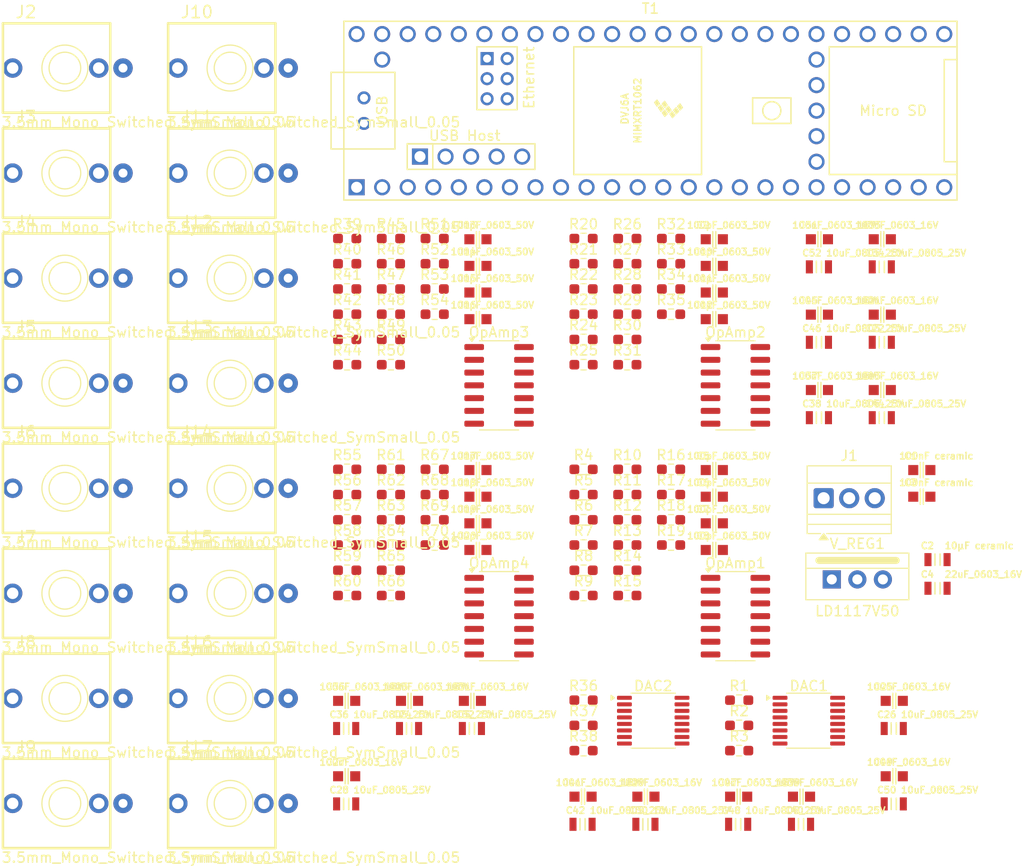
<source format=kicad_pcb>
(kicad_pcb (version 20241229) (generator "pcbnew") (generator_version "9.0")
  (title_block (comment 4 "AISLER Project ID: HGFIVOVR"))
  (layers (0 "F.Cu" signal) (2 "B.Cu" signal) (13 "F.Paste" user) (15 "B.Paste" user) (5 "F.SilkS" user "F.Silkscreen") (7 "B.SilkS" user "B.Silkscreen") (1 "F.Mask" user) (3 "B.Mask" user) (25 "Edge.Cuts" user))
  (net 0 "")
  (net 1 "+12V")
  (net 2 "Net-(V_REG1-VI)")
  (net 3 "GND")
  (net 4 "Net-(V_REG1-VO)")
  (net 5 "VCC")
  (net 6 "Net-(OpAmp1C-+)")
  (net 7 "Net-(OpAmp1A-+)")
  (net 8 "Net-(OpAmp1D-+)")
  (net 9 "Net-(OpAmp1B-+)")
  (net 10 "Net-(OpAmp2C-+)")
  (net 11 "Net-(OpAmp2A-+)")
  (net 12 "Net-(OpAmp2D-+)")
  (net 13 "Net-(OpAmp2B-+)")
  (net 14 "Net-(OpAmp3C-+)")
  (net 15 "Net-(OpAmp3A-+)")
  (net 16 "Net-(OpAmp3D-+)")
  (net 17 "Net-(OpAmp3B-+)")
  (net 18 "Net-(OpAmp4C-+)")
  (net 19 "Net-(OpAmp4A-+)")
  (net 20 "Net-(OpAmp4D-+)")
  (net 21 "Net-(OpAmp4B-+)")
  (net 22 "/DAC_MODULE/UNRIPPLE_MODULE1/UNRIPPLE")
  (net 23 "/DAC_MODULE/VLOGIC")
  (net 24 "/DAC_MODULE1/UNRIPPLE_MODULE1/UNRIPPLE")
  (net 25 "/DAC_MODULE/~{RESET}")
  (net 26 "/DAC_MODULE/~{CHIP_SELECT}")
  (net 27 "/DAC_MODULE1/~{CHIP_SELECT}")
  (net 28 "-12V")
  (net 29 "/DAC_MODULE/AMP_MODULE1/INPUT_3")
  (net 30 "/DAC_MODULE/AMP_MODULE1/INPUT_1")
  (net 31 "/DAC_MODULE/SCL")
  (net 32 "/DAC_MODULE/AMP_MODULE/INPUT_2")
  (net 33 "/DAC_MODULE/AMP_MODULE/INPUT_4")
  (net 34 "/DAC_MODULE/AMP_MODULE1/INPUT_2")
  (net 35 "/DAC_MODULE/SDA")
  (net 36 "/DAC_MODULE/AMP_MODULE/INPUT_3")
  (net 37 "/DAC_MODULE/AMP_MODULE/INPUT_1")
  (net 38 "/DAC_MODULE/AMP_MODULE1/INPUT_4")
  (net 39 "/DAC_MODULE1/AMP_MODULE1/INPUT_1")
  (net 40 "/DAC_MODULE1/AMP_MODULE1/INPUT_2")
  (net 41 "/DAC_MODULE1/SDA")
  (net 42 "/DAC_MODULE1/SCL")
  (net 43 "/DAC_MODULE1/AMP_MODULE/INPUT_4")
  (net 44 "/DAC_MODULE1/AMP_MODULE/INPUT_1")
  (net 45 "/DAC_MODULE1/AMP_MODULE1/INPUT_4")
  (net 46 "/DAC_MODULE1/AMP_MODULE/INPUT_3")
  (net 47 "/DAC_MODULE1/AMP_MODULE1/INPUT_3")
  (net 48 "/DAC_MODULE1/AMP_MODULE/INPUT_2")
  (net 49 "/DAC_MODULE1/OUTPUT_1")
  (net 52 "/DAC_MODULE1/OUTPUT_2")
  (net 54 "/DAC_MODULE1/OUTPUT_3")
  (net 55 "/DAC_MODULE1/OUTPUT_4")
  (net 58 "/DAC_MODULE1/OUTPUT_5")
  (net 59 "/DAC_MODULE1/OUTPUT_6")
  (net 62 "/DAC_MODULE1/OUTPUT_7")
  (net 64 "/DAC_MODULE1/OUTPUT_8")
  (net 65 "/DAC_MODULE/OUTPUT_1")
  (net 67 "/DAC_MODULE/OUTPUT_2")
  (net 70 "/DAC_MODULE/OUTPUT_3")
  (net 71 "/DAC_MODULE/OUTPUT_4")
  (net 74 "/DAC_MODULE/OUTPUT_5")
  (net 76 "/DAC_MODULE/OUTPUT_6")
  (net 77 "/DAC_MODULE/OUTPUT_7")
  (net 80 "/DAC_MODULE/OUTPUT_8")
  (net 81 "Net-(OpAmp1-Pad8)")
  (net 82 "Net-(OpAmp1D--)")
  (net 83 "Net-(OpAmp1-Pad1)")
  (net 84 "Net-(OpAmp1C--)")
  (net 85 "Net-(OpAmp1-Pad7)")
  (net 86 "Net-(OpAmp1A--)")
  (net 87 "Net-(OpAmp1B--)")
  (net 88 "Net-(OpAmp1-Pad14)")
  (net 89 "Net-(OpAmp2-Pad14)")
  (net 90 "Net-(OpAmp2-Pad8)")
  (net 91 "Net-(OpAmp2A--)")
  (net 92 "Net-(OpAmp2D--)")
  (net 93 "Net-(OpAmp2-Pad1)")
  (net 94 "Net-(OpAmp2B--)")
  (net 95 "Net-(OpAmp2C--)")
  (net 96 "Net-(OpAmp2-Pad7)")
  (net 97 "Net-(OpAmp3A--)")
  (net 98 "Net-(OpAmp3-Pad8)")
  (net 99 "Net-(OpAmp3B--)")
  (net 100 "Net-(OpAmp3-Pad7)")
  (net 101 "Net-(OpAmp3D--)")
  (net 102 "Net-(OpAmp3C--)")
  (net 103 "Net-(OpAmp3-Pad14)")
  (net 104 "Net-(OpAmp3-Pad1)")
  (net 105 "Net-(OpAmp4D--)")
  (net 106 "Net-(OpAmp4-Pad1)")
  (net 107 "Net-(OpAmp4-Pad8)")
  (net 108 "Net-(OpAmp4-Pad7)")
  (net 109 "Net-(OpAmp4-Pad14)")
  (net 110 "Net-(OpAmp4B--)")
  (net 111 "Net-(OpAmp4C--)")
  (net 112 "Net-(OpAmp4A--)")
  (net 124 "/TEENSY_MODULE/SCL0")
  (net 143 "/TEENSY_MODULE/SDA0")
  (net 150 "/TEENSY_MODULE/~{CHIP_SELECT_0}")
  (footprint "PCM_4ms_Jack:EighthInch_PJ398SM" (layer "F.Cu") (at 6.465 46.525)
    (property "Reference" "J6")
    (property "Value" "3.5mm_Mono_Switched_SymSmall_0.05")
  )
  (footprint "PCM_4ms_Jack:EighthInch_PJ398SM" (layer "F.Cu") (at 6.465 67.425)
    (property "Reference" "J8")
    (property "Value" "3.5mm_Mono_Switched_SymSmall_0.05")
  )
  (footprint "Resistor_SMD:R_0603_1608Metric_Pad0.98x0.95mm_HandSolder" (layer "F.Cu") (at 58.015 21.685)
    (property "Reference" "R20")
    (property "Value" "1k")
  )
  (footprint "PCM_4ms_Capacitor:C_0603" (layer "F.Cu") (at 81.465 36.755)
    (property "Reference" "C37")
    (property "Value" "100nF_0603_16V")
  )
  (footprint "Resistor_SMD:R_0603_1608Metric_Pad0.98x0.95mm_HandSolder" (layer "F.Cu") (at 58.015 34.235)
    (property "Reference" "R25")
    (property "Value" "47k")
  )
  (footprint "Resistor_SMD:R_0603_1608Metric_Pad0.98x0.95mm_HandSolder" (layer "F.Cu") (at 34.515 29.215)
    (property "Reference" "R42")
    (property "Value" "47k")
  )
  (footprint "Resistor_SMD:R_0603_1608Metric_Pad0.98x0.95mm_HandSolder" (layer "F.Cu") (at 66.715 49.665)
    (property "Reference" "R18")
    (property "Value" "220Ω")
  )
  (footprint "PCM_4ms_Jack:EighthInch_PJ398SM" (layer "F.Cu") (at 6.465 36.075)
    (property "Reference" "J5")
    (property "Value" "3.5mm_Mono_Switched_SymSmall_0.05")
  )
  (footprint "PCM_4ms_Capacitor:C_0805" (layer "F.Cu") (at 81.415 32.005)
    (property "Reference" "C46")
    (property "Value" "10uF_0805_25V")
  )
  (footprint "PCM_4ms_Capacitor:C_0603" (layer "F.Cu") (at 46.965 67.675)
    (property "Reference" "C31")
    (property "Value" "100nF_0603_16V")
  )
  (footprint "Resistor_SMD:R_0603_1608Metric_Pad0.98x0.95mm_HandSolder" (layer "F.Cu") (at 43.215 47.155)
    (property "Reference" "R68")
    (property "Value" "47k")
  )
  (footprint "PCM_4ms_Capacitor:C_0603" (layer "F.Cu") (at 47.515 29.705)
    (property "Reference" "C16")
    (property "Value" "100pF_0603_50V")
  )
  (footprint "Resistor_SMD:R_0603_1608Metric_Pad0.98x0.95mm_HandSolder" (layer "F.Cu") (at 58.015 47.155)
    (property "Reference" "R5")
    (property "Value" "1k")
  )
  (footprint "PCM_4ms_Capacitor:C_0603" (layer "F.Cu") (at 34.465 75.175)
    (property "Reference" "C27")
    (property "Value" "100nF_0603_16V")
  )
  (footprint "Resistor_SMD:R_0603_1608Metric_Pad0.98x0.95mm_HandSolder" (layer "F.Cu") (at 34.515 44.645)
    (property "Reference" "R55")
    (property "Value" "1k")
  )
  (footprint "Resistor_SMD:R_0603_1608Metric_Pad0.98x0.95mm_HandSolder" (layer "F.Cu") (at 62.365 34.235)
    (property "Reference" "R31")
    (property "Value" "47k")
  )
  (footprint "PCM_4ms_Capacitor:C_0805" (layer "F.Cu") (at 79.635 79.955)
    (property "Reference" "C40")
    (property "Value" "10uF_0805_25V")
  )
  (footprint "Resistor_SMD:R_0603_1608Metric_Pad0.98x0.95mm_HandSolder" (layer "F.Cu") (at 58.015 72.625)
    (property "Reference" "R38")
    (property "Value" "4.7k")
  )
  (footprint "Resistor_SMD:R_0603_1608Metric_Pad0.98x0.95mm_HandSolder" (layer "F.Cu") (at 38.865 31.725)
    (property "Reference" "R49")
    (property "Value" "47k")
  )
  (footprint "Package_SO:SOIC-14_3.9x8.7mm_P1.27mm" (layer "F.Cu") (at 49.615 59.25)
    (property "Reference" "OpAmp4")
    (property "Value" "TL074")
  )
  (footprint "PCM_4ms_Jack:EighthInch_PJ398SM" (layer "F.Cu") (at 6.465 56.975)
    (property "Reference" "J7")
    (property "Value" "3.5mm_Mono_Switched_SymSmall_0.05")
  )
  (footprint "Resistor_SMD:R_0603_1608Metric_Pad0.98x0.95mm_HandSolder" (layer "F.Cu") (at 43.215 52.175)
    (property "Reference" "R70")
    (property "Value" "220Ω")
  )
  (footprint "Resistor_SMD:R_0603_1608Metric_Pad0.98x0.95mm_HandSolder" (layer "F.Cu") (at 66.715 21.685)
    (property "Reference" "R32")
    (property "Value" "47k")
  )
  (footprint "Resistor_SMD:R_0603_1608Metric_Pad0.98x0.95mm_HandSolder" (layer "F.Cu") (at 66.715 24.195)
    (property "Reference" "R33")
    (property "Value" "47k")
  )
  (footprint "Resistor_SMD:R_0603_1608Metric_Pad0.98x0.95mm_HandSolder" (layer "F.Cu") (at 34.515 31.725)
    (property "Reference" "R43")
    (property "Value" "47k")
  )
  (footprint "PCM_4ms_Capacitor:C_0603" (layer "F.Cu") (at 87.715 36.755)
    (property "Reference" "C43")
    (property "Value" "100nF_0603_16V")
  )
  (footprint "Resistor_SMD:R_0603_1608Metric_Pad0.98x0.95mm_HandSolder" (layer "F.Cu") (at 34.515 26.705)
    (property "Reference" "R41")
    (property "Value" "47k")
  )
  (footprint "PCM_4ms_Capacitor:C_0805" (layer "F.Cu") (at 93.205 53.625)
    (property "Reference" "C2")
    (property "Value" "10µF ceramic")
  )
  (footprint "PCM_4ms_Capacitor:C_0603" (layer "F.Cu") (at 47.515 21.755)
    (property "Reference" "C13")
    (property "Value" "100pF_0603_50V")
  )
  (footprint "PCM_4ms_Capacitor:C_0603" (layer "F.Cu") (at 87.715 21.755)
    (property "Reference" "C33")
    (property "Value" "100nF_0603_16V")
  )
  (footprint "Resistor_SMD:R_0603_1608Metric_Pad0.98x0.95mm_HandSolder" (layer "F.Cu") (at 62.365 54.685)
    (property "Reference" "R14")
    (property "Value" "47k")
  )
  (footprint "Resistor_SMD:R_0603_1608Metric_Pad0.98x0.95mm_HandSolder" (layer "F.Cu") (at 66.715 44.645)
    (property "Reference" "R16")
    (property "Value" "47k")
  )
  (footprint "PCM_4ms_Capacitor:C_0805" (layer "F.Cu") (at 46.915 70.425)
    (property "Reference" "C32")
    (property "Value" "10uF_0805_25V")
  )
  (footprint "PCM_4ms_Capacitor:C_0603" (layer "F.Cu") (at 47.515 44.715)
    (property "Reference" "C17")
    (property "Value" "100pF_0603_50V")
  )
  (footprint "PCM_4ms_Capacitor:C_0805" (layer "F.Cu") (at 81.415 24.505)
    (property "Reference" "C52")
    (property "Value" "10uF_0805_25V")
  )
  (footprint "Resistor_SMD:R_0603_1608Metric_Pad0.98x0.95mm_HandSolder" (layer "F.Cu") (at 38.865 57.195)
    (property "Reference" "R66")
    (property "Value" "47k")
  )
  (footprint "Resistor_SMD:R_0603_1608Metric_Pad0.98x0.95mm_HandSolder" (layer "F.Cu") (at 43.215 26.705)
    (property "Reference" "R53")
    (property "Value" "220Ω")
  )
  (footprint "PCM_4ms_Capacitor:C_0805" (layer "F.Cu") (at 87.665 39.505)
    (property "Reference" "C44")
    (property "Value" "10uF_0805_25V")
  )
  (footprint "Resistor_SMD:R_0603_1608Metric_Pad0.98x0.95mm_HandSolder" (layer "F.Cu") (at 38.865 52.175)
    (property "Reference" "R64")
    (property "Value" "1k")
  )
  (footprint "PCM_4ms_Capacitor:C_0603" (layer "F.Cu") (at 47.515 52.665)
    (property "Reference" "C20")
    (property "Value" "100pF_0603_50V")
  )
  (footprint "PCM_4ms_Capacitor:C_0603" (layer "F.Cu") (at 47.515 50.015)
    (property "Reference" "C19")
    (property "Value" "100pF_0603_50V")
  )
  (footprint "Resistor_SMD:R_0603_1608Metric_Pad0.98x0.95mm_HandSolder" (layer "F.Cu") (at 66.715 47.155)
    (property "Reference" "R17")
    (property "Value" "47k")
  )
  (footprint "Resistor_SMD:R_0603_1608Metric_Pad0.98x0.95mm_HandSolder" (layer "F.Cu") (at 38.865 49.665)
    (property "Reference" "R63")
    (property "Value" "1k")
  )
  (footprint "Resistor_SMD:R_0603_1608Metric_Pad0.98x0.95mm_HandSolder" (layer "F.Cu") (at 66.715 29.215)
    (property "Reference" "R35")
    (property "Value" "220Ω")
  )
  (footprint "PCM_4ms_Capacitor:C_0603" (layer "F.Cu") (at 71.015 21.755)
    (property "Reference" "C9")
    (property "Value" "100pF_0603_50V")
  )
  (footprint "Package_SO:SOIC-14_3.9x8.7mm_P1.27mm" (layer "F.Cu") (at 49.615 36.29)
    (property "Reference" "OpAmp3")
    (property "Value" "TL074")
  )
  (footprint "Resistor_SMD:R_0603_1608Metric_Pad0.98x0.95mm_HandSolder" (layer "F.Cu") (at 58.015 31.725)
    (property "Reference" "R24")
    (property "Value" "47k")
  )
  (footprint "PCM_4ms_Capacitor:C_0603" (layer "F.Cu") (at 71.015 50.015)
    (property "Reference" "C7")
    (property "Value" "100pF_0603_50V")
  )
  (footprint "PCM_4ms_Jack:EighthInch_PJ398SM" (layer "F.Cu") (at 6.465 4.725)
    (property "Reference" "J2")
    (property "Value" "3.5mm_Mono_Switched_SymSmall_0.05")
  )
  (footprint "Resistor_SMD:R_0603_1608Metric_Pad0.98x0.95mm_HandSolder" (layer "F.Cu") (at 38.865 54.685)
    (property "Reference" "R65")
    (property "Value" "47k")
  )
  (footprint "PCM_4ms_Capacitor:C_0805" (layer "F.Cu") (at 88.855 70.425)
    (property "Reference" "C26")
    (property "Value" "10uF_0805_25V")
  )
  (footprint "PCM_4ms_Capacitor:C_0603" (layer "F.Cu") (at 64.215 77.205)
    (property "Reference" "C29")
    (property "Value" "100nF_0603_16V")
  )
  (footprint "Resistor_SMD:R_0603_1608Metric_Pad0.98x0.95mm_HandSolder" (layer "F.Cu") (at 43.215 24.195)
    (property "Reference" "R52")
    (property "Value" "47k")
  )
  (footprint "PCM_4ms_Jack:EighthInch_PJ398SM" (layer "F.Cu") (at 6.465 15.175)
    (property "Reference" "J3")
    (property "Value" "3.5mm_Mono_Switched_SymSmall_0.05")
  )
  (footprint "Resistor_SMD:R_0603_1608Metric_Pad0.98x0.95mm_HandSolder" (layer "F.Cu") (at 58.015 49.665)
    (property "Reference" "R6")
    (property "Value" "47k")
  )
  (footprint "Resistor_SMD:R_0603_1608Metric_Pad0.98x0.95mm_HandSolder" (layer "F.Cu") (at 58.015 44.645)
    (property "Reference" "R4")
    (property "Value" "1k")
  )
  (footprint "PCM_4ms_Capacitor:C_0603" (layer "F.Cu") (at 71.015 44.715)
    (property "Reference" "C5")
    (property "Value" "100pF_0603_50V")
  )
  (footprint "Resistor_SMD:R_0603_1608Metric_Pad0.98x0.95mm_HandSolder" (layer "F.Cu") (at 58.015 26.705)
    (property "Reference" "R22")
    (property "Value" "47k")
  )
  (footprint "PCM_4ms_Capacitor:C_0603" (layer "F.Cu") (at 71.015 27.055)
    (property "Reference" "C11")
    (property "Value" "100pF_0603_50V")
  )
  (footprint "PCM_4ms_Jack:EighthInch_PJ398SM" (layer "F.Cu") (at 22.885 4.725)
    (property "Reference" "J10")
    (property "Value" "3.5mm_Mono_Switched_SymSmall_0.05")
  )
  (footprint "PCM_4ms_Capacitor:C_0603" (layer "F.Cu") (at 88.905 67.675)
    (property "Reference" "C25")
    (property "Value" "100nF_0603_16V")
  )
  (footprint "TerminalBlock:TerminalBlock_Xinya_XY308-2.54-3P_1x03_P2.54mm_Horizontal" (layer "F.Cu") (at 81.885 47.515)
    (property "Reference" "J1")
    (property "Value" "Screw_Terminal_01x03")
  )
  (footprint "Resistor_SMD:R_0603_1608Metric_Pad0.98x0.95mm_HandSolder" (layer "F.Cu") (at 58.015 57.195)
    (property "Reference" "R9")
    (property "Value" "47k")
  )
  (footprint "Resistor_SMD:R_0603_1608Metric_Pad0.98x0.95mm_HandSolder" (layer "F.Cu") (at 62.365 44.645)
    (property "Reference" "R10")
    (property "Value" "220Ω")
  )
  (footprint "Resistor_SMD:R_0603_1608Metric_Pad0.98x0.95mm_HandSolder" (layer "F.Cu") (at 34.515 24.195)
    (property "Reference" "R40")
    (property "Value" "1k")
  )
  (footprint "PCM_4ms_Capacitor:C_0603" (layer "F.Cu") (at 81.465 21.755)
    (property "Reference" "C51")
    (property "Value" "100nF_0603_16V")
  )
  (footprint "Resistor_SMD:R_0603_1608Metric_Pad0.98x0.95mm_HandSolder" (layer "F.Cu") (at 34.515 21.685)
    (property "Reference" "R39")
    (property "Value" "1k")
  )
  (footprint "Resistor_SMD:R_0603_1608Metric_Pad0.98x0.95mm_HandSolder" (layer "F.Cu") (at 38.865 44.645)
    (property "Reference" "R61")
    (property "Value" "220Ω")
  )
  (footprint "PCM_4ms_Capacitor:C_0805" (layer "F.Cu") (at 88.855 77.925)
    (property "Reference" "C50")
    (property "Value" "10uF_0805_25V")
  )
  (footprint "PCM_4ms_Capacitor:C_0603" (layer "F.Cu") (at 71.015 52.665)
    (property "Reference" "C8")
    (property "Value" "100pF_0603_50V")
  )
  (footprint "PCM_4ms_Capacitor:C_0805" (layer "F.Cu") (at 81.415 39.505)
    (property "Reference" "C38")
    (property "Value" "10uF_0805_25V")
  )
  (footprint "Resistor_SMD:R_0603_1608Metric_Pad0.98x0.95mm_HandSolder" (layer "F.Cu") (at 43.215 21.685)
    (property "Reference" "R51")
    (property "Value" "47k")
  )
  (footprint "PCM_4ms_Jack:EighthInch_PJ398SM" (layer "F.Cu") (at 22.885 36.075)
    (property "Reference" "J13")
    (property "Value" "3.5mm_Mono_Switched_SymSmall_0.05")
  )
  (footprint "PCM_4ms_Jack:EighthInch_PJ398SM" (layer "F.Cu") (at 22.885 15.175)
    (property "Reference" "J11")
    (property "Value" "3.5mm_Mono_Switched_SymSmall_0.05")
  )
  (footprint "Package_SO:SOIC-14_3.9x8.7mm_P1.27mm" (layer "F.Cu") (at 73.115 59.25)
    (property "Reference" "OpAmp1")
    (property "Value" "TL074")
  )
  (footprint "PCM_4ms_Capacitor:C_0603" (layer "F.Cu") (at 47.515 47.365)
    (property "Reference" "C18")
    (property "Value" "100pF_0603_50V")
  )
  (footprint "Resistor_SMD:R_0603_1608Metric_Pad0.98x0.95mm_HandSolder" (layer "F.Cu") (at 58.015 29.215)
    (property "Reference" "R23")
    (property "Value" "47k")
  )
  (footprint "Resistor_SMD:R_0603_1608Metric_Pad0.98x0.95mm_HandSolder" (layer "F.Cu") (at 62.365 24.195)
    (property "Reference" "R27")
    (property "Value" "220Ω")
  )
  (footprint "Resistor_SMD:R_0603_1608Metric_Pad0.98x0.95mm_HandSolder" (layer "F.Cu") (at 38.865 24.195)
    (property "Reference" "R46")
    (property "Value" "220Ω")
  )
  (footprint "Resistor_SMD:R_0603_1608Metric_Pad0.98x0.95mm_HandSolder" (layer "F.Cu") (at 34.515 47.155)
    (property "Reference" "R56")
    (property "Value" "1k")
  )
  (footprint "PCM_4ms_Capacitor:C_0603" (layer "F.Cu") (at 91.645 47.365)
    (property "Reference" "C3")
    (property "Value" "100nF ceramic")
  )
  (footprint "PCM_4ms_Capacitor:C_0805" (layer "F.Cu") (at 87.665 32.005)
    (property "Reference" "C22")
    (property "Value" "10uF_0805_25V")
  )
  (footprint "PCM_4ms_Capacitor:C_0603" (layer "F.Cu") (at 73.435 77.205)
    (property "Reference" "C47")
    (property "Value" "100nF_0603_16V")
  )
  (footprint "PCM_4ms_Capacitor:C_0603" (layer "F.Cu") (at 47.515 27.055)
    (property "Reference" "C15")
    (property "Value" "100pF_0603_50V")
  )
  (footprint "PCM_4ms_Capacitor:C_0805" (layer "F.Cu") (at 93.205 56.475)
    (property "Reference" "C4")
    (property "Value" "22uF_0603_16V")
  )
  (footprint "PCM_4ms_Capacitor:C_0603" (layer "F.Cu") (at 91.645 44.715)
    (property "Reference" "C1")
    (property "Value" "100nF ceramic")
  )
  (footprint "Resistor_SMD:R_0603_1608Metric_Pad0.98x0.95mm_HandSolder" (layer "F.Cu") (at 34.515 49.665)
    (property "Reference" "R57")
    (property "Value" "47k")
  )
  (footprint "PCM_4ms_Jack:EighthInch_PJ398SM" (layer "F.Cu") (at 22.885 77.875)
    (property "Reference" "J17")
    (property "Value" "3.5mm_Mono_Switched_SymSmall_0.05")
  )
  (footprint "Resistor_SMD:R_0603_1608Metric_Pad0.98x0.95mm_HandSolder" (layer "F.Cu") (at 58.015 54.685)
    (property "Reference" "R8")
    (property "Value" "47k")
  )
  (footprint "PCM_4ms_Capacitor:C_0603" (layer "F.Cu") (at 88.905 75.175)
    (property "Reference" "C49")
    (property "Value" "100nF_0603_16V")
  )
  (footprint "Resistor_SMD:R_0603_1608Metric_Pad0.98x0.95mm_HandSolder" (layer "F.Cu") (at 38.865 47.155)
    (property "Reference" "R62")
    (property "Value" "220Ω")
  )
  (footprint "PCM_4ms_Jack:EighthInch_PJ398SM" (layer "F.Cu") (at 22.885 25.625)
    (property "Reference" "J12")
    (property "Value" "3.5mm_Mono_Switched_SymSmall_0.05")
  )
  (footprint "Package_SO:SOIC-14_3.9x8.7mm_P1.27mm" (layer "F.Cu") (at 73.115 36.29)
    (property "Reference" "OpAmp2")
    (property "Value" "TL074")
  )
  (footprint "Resistor_SMD:R_0603_1608Metric_Pad0.98x0.95mm_HandSolder" (layer "F.Cu") (at 58.015 70.115)
    (property "Reference" "R37")
    (property "Value" "4.7k")
  )
  (footprint "Resistor_SMD:R_0603_1608Metric_Pad0.98x0.95mm_HandSolder" (layer "F.Cu") (at 73.485 67.605)
    (property "Reference" "R1")
    (property "Value" "10k")
  )
  (footprint "PCM_4ms_Capacitor:C_0603" (layer "F.Cu") (at 79.685 77.205)
    (property "Reference" "C39")
    (property "Value" "100nF_0603_16V")
  )
  (footprint "Resistor_SMD:R_0603_1608Metric_Pad0.98x0.95mm_HandSolder" (layer "F.Cu") (at 62.365 26.705)
    (property "Reference" "R28")
    (property "Value" "1k")
  )
  (footprint "Resistor_SMD:R_0603_1608Metric_Pad0.98x0.95mm_HandSolder" (layer "F.Cu") (at 34.515 34.235)
    (property "Reference" "R44")
    (property "Value" "47k")
  )
  (footprint "PCM_4ms_Capacitor:C_0603" (layer "F.Cu") (at 71.015 47.365)
    (property "Reference" "C6")
    (property "Value" "100pF_0603_50V")
  )
  (footprint "Resistor_SMD:R_0603_1608Metric_Pad0.98x0.95mm_HandSolder" (layer "F.Cu") (at 73.485 70.115)
    (property "Reference" "R2")
    (property "Value" "4.7k")
  )
  (footprint "Package_SO:TSSOP-16_4.4x5mm_P0.65mm" (layer "F.Cu") (at 64.94 69.645)
    (property "Reference" "DAC2")
    (property "Value" "AD5593R")
  )
  (footprint "Resistor_SMD:R_0603_1608Metric_Pad0.98x0.95mm_HandSolder" (layer "F.Cu") (at 58.015 67.605)
    (property "Reference" "R36")
    (property "Value" "10k")
  )
  (footprint "Resistor_SMD:R_0603_1608Metric_Pad0.98x0.95mm_HandSolder" (layer "F.Cu") (at 38.865 21.685)
    (property "Reference" "R45")
    (property "Value" "220Ω")
  )
  (footprint "PCM_4ms_Capacitor:C_0805" (layer "F.Cu") (at 40.665 70.425)
    (property "Reference" "C24")
    (property "Value" "10uF_0805_25V")
  )
  (footprint "Resistor_SMD:R_0603_1608Metric_Pad0.98x0.95mm_HandSolder" (layer "F.Cu") (at 38.865 26.705)
    (property "Reference" "R47")
    (property "Value" "1k")
  )
  (footprint "Resistor_SMD:R_0603_1608Metric_Pad0.98x0.95mm_HandSolder" (layer "F.Cu") (at 58.015 52.175)
    (property "Reference" "R7")
    (property "Value" "47k")
  )
  (footprint "Resistor_SMD:R_0603_1608Metric_Pad0.98x0.95mm_HandSolder" (layer "F.Cu") (at 66.715 52.175)
    (property "Reference" "R19")
    (property "Value" "220Ω")
  )
  (footprint "Resistor_SMD:R_0603_1608Metric_Pad0.98x0.95mm_HandSolder" (layer "F.Cu") (at 62.365 57.195)
    (property "Reference" "R15")
    (property "Value" "47k")
  )
  (footprint "Resistor_SMD:R_0603_1608Metric_Pad0.98x0.95mm_HandSolder" (layer "F.Cu") (at 73.485 72.625)
    (property "Reference" "R3")
    (property "Value" "4.7k")
  )
  (footprint "PCM_4ms_Capacitor:C_0603" (layer "F.Cu") (at 47.515 24.405)
    (property "Reference" "C14")
    (property "Value" "100pF_0603_50V")
  )
  (footprint "Resistor_SMD:R_0603_1608Metric_Pad0.98x0.95mm_HandSolder" (layer "F.Cu") (at 62.365 31.725)
    (property "Reference" "R30")
    (property "Value" "47k")
  )
  (footprint "Resistor_SMD:R_0603_1608Metric_Pad0.98x0.95mm_HandSolder" (layer "F.Cu") (at 62.365 52.175)
    (property "Reference" "R13")
    (property "Value" "1k")
  )
  (footprint "PCM_4ms_Capacitor:C_0603" (layer "F.Cu") (at 34.465 67.675)
    (property "Reference" "C35")
    (property "Value" "100nF_0603_16V")
  )
  (footprint "PCM_4ms_Capacitor:C_0805" (layer "F.Cu") (at 73.385 79.955)
    (property "Reference" "C48")
    (property "Value" "10uF_0805_25V")
  )
  (footprint "PCM_4ms_Capacitor:C_0603" (layer "F.Cu") (at 40.715 67.675)
    (property "Reference" "C23")
    (property "Value" "100nF_0603_16V")
  )
  (footprint "PCM_4ms_Capacitor:C_0805" (layer "F.Cu") (at 64.165 79.955)
    (property "Reference" "C30")
    (property "Value" "10uF_0805_25V")
  )
  (footprint "PCM_4ms_Capacitor:C_0603" (layer "F.Cu") (at 81.465 29.255)
    (property "Reference" "C45")
    (property "Value" "100nF_0603_16V")
  )
  (footprint "PCM_4ms_Capacitor:C_0603" (layer "F.Cu") (at 71.015 24.405)
    (property "Reference" "C10")
    (property "Value" "100pF_0603_50V")
  )
  (footprint "Resistor_SMD:R_0603_1608Metric_Pad0.98x0.95mm_HandSolder" (layer "F.Cu") (at 38.865 29.215)
    (property "Reference" "R48")
    (property "Value" "1k")
  )
  (footprint "PCM_4ms_Capacitor:C_0603" (layer "F.Cu") (at 57.965 77.205)
    (property "Reference" "C41")
    (property "Value" "100nF_0603_16V")
  )
  (footprint "Resistor_SMD:R_0603_1608Metric_Pad0.98x0.95mm_HandSolder" (layer "F.Cu") (at 62.365 29.215)
    (property "Reference" "R29")
    (property "Value" "1k")
  )
  (footprint "Resistor_SMD:R_0603_1608Metric_Pad0.98x0.95mm_HandSolder" (layer "F.Cu") (at 34.515 52.175)
    (property "Reference" "R58")
    (property "Value" "47k")
  )
  (footprint "PCM_4ms_Jack:EighthInch_PJ398SM" (layer "F.Cu") (at 22.885 56.975)
    (property "Reference" "J15")
    (property "Value" "3.5mm_Mono_Switched_SymSmall_0.05")
  )
  (footprint "PCM_4ms_Jack:EighthInch_PJ398SM" (layer "F.Cu") (at 22.885 67.425)
    (property "Reference" "J16")
    (property "Value" "3.5mm_Mono_Switched_SymSmall_0.05")
  )
  (footprint "PCM_4ms_Jack:EighthInch_PJ398SM" (layer "F.Cu") (at 6.465 77.875)
    (property "Reference" "J9")
    (property "Value" "3.5mm_Mono_Switched_SymSmall_0.05")
  )
  (footprint "Resistor_SMD:R_0603_1608Metric_Pad0.98x0.95mm_HandSolder" (layer "F.Cu") (at 66.715 26.705)
    (property "Reference" "R34")
    (property "Value" "220Ω")
  )
  (footprint "PCM_4ms_Capacitor:C_0805" (layer "F.Cu") (at 34.415 77.925)
    (property "Reference" "C28")
    (property "Value" "10uF_0805_25V")
  )
  (footprint "PCM_4ms_Capacitor:C_0805" (layer "F.Cu") (at 87.665 24.505)
    (property "Reference" "C34")
    (property "Value" "10uF_0805_25V")
  )
  (footprint "Resistor_SMD:R_0603_1608Metric_Pad0.98x0.95mm_HandSolder" (layer "F.Cu") (at 62.365 49.665)
    (property "Reference" "R12")
    (property "Value" "1k")
  )
  (footprint "Resistor_SMD:R_0603_1608Metric_Pad0.98x0.95mm_HandSolder" (layer "F.Cu") (at 43.215 44.645)
    (property "Reference" "R67")
    (property "Value" "47k")
  )
  (footprint "PCM_4ms_Capacitor:C_0805" (layer "F.Cu") (at 34.415 70.425)
    (property "Reference" "C36")
    (property "Value" "10uF_0805_25V")
  )
  (footprint "Resistor_SMD:R_0603_1608Metric_Pad0.98x0.95mm_HandSolder" (layer "F.Cu") (at 62.365 21.685)
    (property "Reference" "R26")
    (property "Value" "220Ω")
  )
  (footprint "Resistor_SMD:R_0603_1608Metric_Pad0.98x0.95mm_HandSolder" (layer "F.Cu") (at 43.215 29.215)
    (property "Reference" "R54")
    (property "Value" "220Ω")
  )
  (footprint "Resistor_SMD:R_0603_1608Metric_Pad0.98x0.95mm_HandSolder" (layer "F.Cu") (at 58.015 24.195)
    (property "Reference" "R21")
    (property "Value" "1k")
  )
  (footprint "PCM_4ms_Jack:EighthInch_PJ398SM" (layer "F.Cu") (at 6.465 25.625)
    (property "Reference" "J4")
    (property "Value" "3.5mm_Mono_Switched_SymSmall_0.05")
  )
  (footprint "Resistor_SMD:R_0603_1608Metric_Pad0.98x0.95mm_HandSolder" (layer "F.Cu") (at 34.515 57.195)
    (property "Reference" "R60")
    (property "Value" "47k")
  )
  (footprint "Resistor_SMD:R_0603_1608Metric_Pad0.98x0.95mm_HandSolder" (layer "F.Cu") (at 38.865 34.235)
    (property "Reference" "R50")
    (property "Value" "47k")
  )
  (footprint "Teensy:Teensy41" (layer "F.Cu") (at 64.665 8.965)
    (property "Reference" "T1")
    (property "Value" "Teensy4.1")
  )
  (footprint "PCM_4ms_Package_TO:TO-220-3_Vertical" (layer "F.Cu") (at 85.235 55.595)
    (property "Reference" "V_REG1")
    (property "Value" "LD1117V50")
  )
  (footprint "PCM_4ms_Jack:EighthInch_PJ398SM" (layer "F.Cu") (at 22.885 46.525)
    (property "Reference" "J14")
    (property "Value" "3.5mm_Mono_Switched_SymSmall_0.05")
  )
  (footprint "Resistor_SMD:R_0603_1608Metric_Pad0.98x0.95mm_HandSolder" (layer "F.Cu") (at 62.365 47.155)
    (property "Reference" "R11")
    (property "Value" "220Ω")
  )
  (footprint "PCM_4ms_Capacitor:C_0805" (layer "F.Cu") (at 57.915 79.955)
    (property "Reference" "C42")
    (property "Value" "10uF_0805_25V")
  )
  (footprint "Resistor_SMD:R_0603_1608Metric_Pad0.98x0.95mm_HandSolder" (layer "F.Cu") (at 34.515 54.685)
    (property "Reference" "R59")
    (property "Value" "47k")
  )
  (footprint "Resistor_SMD:R_0603_1608Metric_Pad0.98x0.95mm_HandSolder" (layer "F.Cu") (at 43.215 49.665)
    (property "Reference" "R69")
    (property "Value" "220Ω")
  )
  (footprint "Package_SO:TSSOP-16_4.4x5mm_P0.65mm" (layer "F.Cu") (at 80.41 69.645)
    (property "Reference" "DAC1")
    (property "Value" "AD5593R")
  )
  (footprint "PCM_4ms_Capacitor:C_0603" (layer "F.Cu") (at 71.015 29.705)
    (property "Reference" "C12")
    (property "Value" "100pF_0603_50V")
  )
  (footprint "PCM_4ms_Capacitor:C_0603" (layer "F.Cu") (at 87.715 29.255)
    (property "Reference" "C21")
    (property "Value" "100nF_0603_16V")
  )
)
</source>
